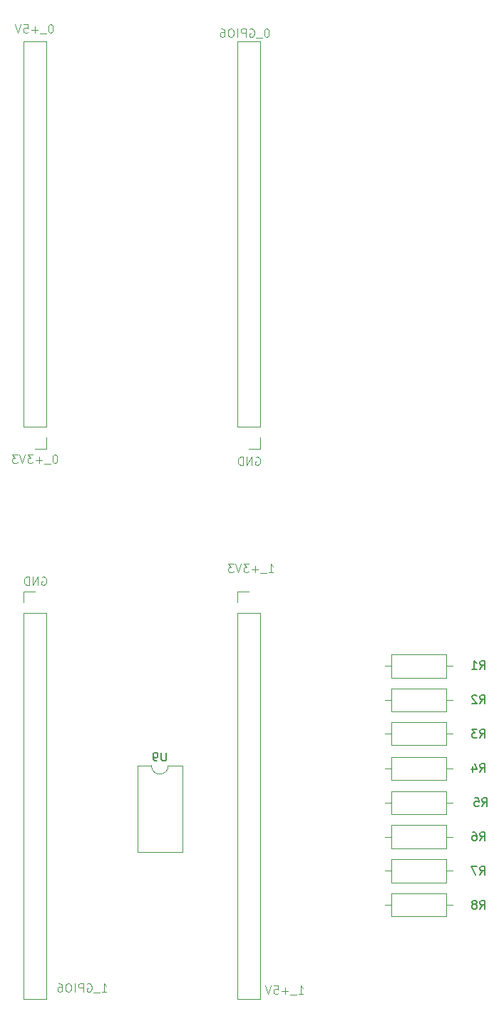
<source format=gbo>
G04 #@! TF.GenerationSoftware,KiCad,Pcbnew,9.0.3*
G04 #@! TF.CreationDate,2025-08-08T01:40:50+09:00*
G04 #@! TF.ProjectId,ESP32-MB-1.0,45535033-322d-44d4-922d-312e302e6b69,rev?*
G04 #@! TF.SameCoordinates,Original*
G04 #@! TF.FileFunction,Legend,Bot*
G04 #@! TF.FilePolarity,Positive*
%FSLAX46Y46*%
G04 Gerber Fmt 4.6, Leading zero omitted, Abs format (unit mm)*
G04 Created by KiCad (PCBNEW 9.0.3) date 2025-08-08 01:40:50*
%MOMM*%
%LPD*%
G01*
G04 APERTURE LIST*
%ADD10C,0.100000*%
%ADD11C,0.150000*%
%ADD12C,0.120000*%
G04 APERTURE END LIST*
D10*
X122827639Y-33708419D02*
X122732401Y-33708419D01*
X122732401Y-33708419D02*
X122637163Y-33756038D01*
X122637163Y-33756038D02*
X122589544Y-33803657D01*
X122589544Y-33803657D02*
X122541925Y-33898895D01*
X122541925Y-33898895D02*
X122494306Y-34089371D01*
X122494306Y-34089371D02*
X122494306Y-34327466D01*
X122494306Y-34327466D02*
X122541925Y-34517942D01*
X122541925Y-34517942D02*
X122589544Y-34613180D01*
X122589544Y-34613180D02*
X122637163Y-34660800D01*
X122637163Y-34660800D02*
X122732401Y-34708419D01*
X122732401Y-34708419D02*
X122827639Y-34708419D01*
X122827639Y-34708419D02*
X122922877Y-34660800D01*
X122922877Y-34660800D02*
X122970496Y-34613180D01*
X122970496Y-34613180D02*
X123018115Y-34517942D01*
X123018115Y-34517942D02*
X123065734Y-34327466D01*
X123065734Y-34327466D02*
X123065734Y-34089371D01*
X123065734Y-34089371D02*
X123018115Y-33898895D01*
X123018115Y-33898895D02*
X122970496Y-33803657D01*
X122970496Y-33803657D02*
X122922877Y-33756038D01*
X122922877Y-33756038D02*
X122827639Y-33708419D01*
X122303830Y-34803657D02*
X121541925Y-34803657D01*
X120780020Y-33756038D02*
X120875258Y-33708419D01*
X120875258Y-33708419D02*
X121018115Y-33708419D01*
X121018115Y-33708419D02*
X121160972Y-33756038D01*
X121160972Y-33756038D02*
X121256210Y-33851276D01*
X121256210Y-33851276D02*
X121303829Y-33946514D01*
X121303829Y-33946514D02*
X121351448Y-34136990D01*
X121351448Y-34136990D02*
X121351448Y-34279847D01*
X121351448Y-34279847D02*
X121303829Y-34470323D01*
X121303829Y-34470323D02*
X121256210Y-34565561D01*
X121256210Y-34565561D02*
X121160972Y-34660800D01*
X121160972Y-34660800D02*
X121018115Y-34708419D01*
X121018115Y-34708419D02*
X120922877Y-34708419D01*
X120922877Y-34708419D02*
X120780020Y-34660800D01*
X120780020Y-34660800D02*
X120732401Y-34613180D01*
X120732401Y-34613180D02*
X120732401Y-34279847D01*
X120732401Y-34279847D02*
X120922877Y-34279847D01*
X120303829Y-34708419D02*
X120303829Y-33708419D01*
X120303829Y-33708419D02*
X119922877Y-33708419D01*
X119922877Y-33708419D02*
X119827639Y-33756038D01*
X119827639Y-33756038D02*
X119780020Y-33803657D01*
X119780020Y-33803657D02*
X119732401Y-33898895D01*
X119732401Y-33898895D02*
X119732401Y-34041752D01*
X119732401Y-34041752D02*
X119780020Y-34136990D01*
X119780020Y-34136990D02*
X119827639Y-34184609D01*
X119827639Y-34184609D02*
X119922877Y-34232228D01*
X119922877Y-34232228D02*
X120303829Y-34232228D01*
X119303829Y-34708419D02*
X119303829Y-33708419D01*
X118637163Y-33708419D02*
X118446687Y-33708419D01*
X118446687Y-33708419D02*
X118351449Y-33756038D01*
X118351449Y-33756038D02*
X118256211Y-33851276D01*
X118256211Y-33851276D02*
X118208592Y-34041752D01*
X118208592Y-34041752D02*
X118208592Y-34375085D01*
X118208592Y-34375085D02*
X118256211Y-34565561D01*
X118256211Y-34565561D02*
X118351449Y-34660800D01*
X118351449Y-34660800D02*
X118446687Y-34708419D01*
X118446687Y-34708419D02*
X118637163Y-34708419D01*
X118637163Y-34708419D02*
X118732401Y-34660800D01*
X118732401Y-34660800D02*
X118827639Y-34565561D01*
X118827639Y-34565561D02*
X118875258Y-34375085D01*
X118875258Y-34375085D02*
X118875258Y-34041752D01*
X118875258Y-34041752D02*
X118827639Y-33851276D01*
X118827639Y-33851276D02*
X118732401Y-33756038D01*
X118732401Y-33756038D02*
X118637163Y-33708419D01*
X117351449Y-33708419D02*
X117541925Y-33708419D01*
X117541925Y-33708419D02*
X117637163Y-33756038D01*
X117637163Y-33756038D02*
X117684782Y-33803657D01*
X117684782Y-33803657D02*
X117780020Y-33946514D01*
X117780020Y-33946514D02*
X117827639Y-34136990D01*
X117827639Y-34136990D02*
X117827639Y-34517942D01*
X117827639Y-34517942D02*
X117780020Y-34613180D01*
X117780020Y-34613180D02*
X117732401Y-34660800D01*
X117732401Y-34660800D02*
X117637163Y-34708419D01*
X117637163Y-34708419D02*
X117446687Y-34708419D01*
X117446687Y-34708419D02*
X117351449Y-34660800D01*
X117351449Y-34660800D02*
X117303830Y-34613180D01*
X117303830Y-34613180D02*
X117256211Y-34517942D01*
X117256211Y-34517942D02*
X117256211Y-34279847D01*
X117256211Y-34279847D02*
X117303830Y-34184609D01*
X117303830Y-34184609D02*
X117351449Y-34136990D01*
X117351449Y-34136990D02*
X117446687Y-34089371D01*
X117446687Y-34089371D02*
X117637163Y-34089371D01*
X117637163Y-34089371D02*
X117732401Y-34136990D01*
X117732401Y-34136990D02*
X117780020Y-34184609D01*
X117780020Y-34184609D02*
X117827639Y-34279847D01*
X97173639Y-33200419D02*
X97078401Y-33200419D01*
X97078401Y-33200419D02*
X96983163Y-33248038D01*
X96983163Y-33248038D02*
X96935544Y-33295657D01*
X96935544Y-33295657D02*
X96887925Y-33390895D01*
X96887925Y-33390895D02*
X96840306Y-33581371D01*
X96840306Y-33581371D02*
X96840306Y-33819466D01*
X96840306Y-33819466D02*
X96887925Y-34009942D01*
X96887925Y-34009942D02*
X96935544Y-34105180D01*
X96935544Y-34105180D02*
X96983163Y-34152800D01*
X96983163Y-34152800D02*
X97078401Y-34200419D01*
X97078401Y-34200419D02*
X97173639Y-34200419D01*
X97173639Y-34200419D02*
X97268877Y-34152800D01*
X97268877Y-34152800D02*
X97316496Y-34105180D01*
X97316496Y-34105180D02*
X97364115Y-34009942D01*
X97364115Y-34009942D02*
X97411734Y-33819466D01*
X97411734Y-33819466D02*
X97411734Y-33581371D01*
X97411734Y-33581371D02*
X97364115Y-33390895D01*
X97364115Y-33390895D02*
X97316496Y-33295657D01*
X97316496Y-33295657D02*
X97268877Y-33248038D01*
X97268877Y-33248038D02*
X97173639Y-33200419D01*
X96649830Y-34295657D02*
X95887925Y-34295657D01*
X95649829Y-33819466D02*
X94887925Y-33819466D01*
X95268877Y-34200419D02*
X95268877Y-33438514D01*
X93935544Y-33200419D02*
X94411734Y-33200419D01*
X94411734Y-33200419D02*
X94459353Y-33676609D01*
X94459353Y-33676609D02*
X94411734Y-33628990D01*
X94411734Y-33628990D02*
X94316496Y-33581371D01*
X94316496Y-33581371D02*
X94078401Y-33581371D01*
X94078401Y-33581371D02*
X93983163Y-33628990D01*
X93983163Y-33628990D02*
X93935544Y-33676609D01*
X93935544Y-33676609D02*
X93887925Y-33771847D01*
X93887925Y-33771847D02*
X93887925Y-34009942D01*
X93887925Y-34009942D02*
X93935544Y-34105180D01*
X93935544Y-34105180D02*
X93983163Y-34152800D01*
X93983163Y-34152800D02*
X94078401Y-34200419D01*
X94078401Y-34200419D02*
X94316496Y-34200419D01*
X94316496Y-34200419D02*
X94411734Y-34152800D01*
X94411734Y-34152800D02*
X94459353Y-34105180D01*
X93602210Y-33200419D02*
X93268877Y-34200419D01*
X93268877Y-34200419D02*
X92935544Y-33200419D01*
X123002306Y-98208419D02*
X123573734Y-98208419D01*
X123288020Y-98208419D02*
X123288020Y-97208419D01*
X123288020Y-97208419D02*
X123383258Y-97351276D01*
X123383258Y-97351276D02*
X123478496Y-97446514D01*
X123478496Y-97446514D02*
X123573734Y-97494133D01*
X122811830Y-98303657D02*
X122049925Y-98303657D01*
X121811829Y-97827466D02*
X121049925Y-97827466D01*
X121430877Y-98208419D02*
X121430877Y-97446514D01*
X120668972Y-97208419D02*
X120049925Y-97208419D01*
X120049925Y-97208419D02*
X120383258Y-97589371D01*
X120383258Y-97589371D02*
X120240401Y-97589371D01*
X120240401Y-97589371D02*
X120145163Y-97636990D01*
X120145163Y-97636990D02*
X120097544Y-97684609D01*
X120097544Y-97684609D02*
X120049925Y-97779847D01*
X120049925Y-97779847D02*
X120049925Y-98017942D01*
X120049925Y-98017942D02*
X120097544Y-98113180D01*
X120097544Y-98113180D02*
X120145163Y-98160800D01*
X120145163Y-98160800D02*
X120240401Y-98208419D01*
X120240401Y-98208419D02*
X120526115Y-98208419D01*
X120526115Y-98208419D02*
X120621353Y-98160800D01*
X120621353Y-98160800D02*
X120668972Y-98113180D01*
X119764210Y-97208419D02*
X119430877Y-98208419D01*
X119430877Y-98208419D02*
X119097544Y-97208419D01*
X118859448Y-97208419D02*
X118240401Y-97208419D01*
X118240401Y-97208419D02*
X118573734Y-97589371D01*
X118573734Y-97589371D02*
X118430877Y-97589371D01*
X118430877Y-97589371D02*
X118335639Y-97636990D01*
X118335639Y-97636990D02*
X118288020Y-97684609D01*
X118288020Y-97684609D02*
X118240401Y-97779847D01*
X118240401Y-97779847D02*
X118240401Y-98017942D01*
X118240401Y-98017942D02*
X118288020Y-98113180D01*
X118288020Y-98113180D02*
X118335639Y-98160800D01*
X118335639Y-98160800D02*
X118430877Y-98208419D01*
X118430877Y-98208419D02*
X118716591Y-98208419D01*
X118716591Y-98208419D02*
X118811829Y-98160800D01*
X118811829Y-98160800D02*
X118859448Y-98113180D01*
X103190306Y-147992419D02*
X103761734Y-147992419D01*
X103476020Y-147992419D02*
X103476020Y-146992419D01*
X103476020Y-146992419D02*
X103571258Y-147135276D01*
X103571258Y-147135276D02*
X103666496Y-147230514D01*
X103666496Y-147230514D02*
X103761734Y-147278133D01*
X102999830Y-148087657D02*
X102237925Y-148087657D01*
X101476020Y-147040038D02*
X101571258Y-146992419D01*
X101571258Y-146992419D02*
X101714115Y-146992419D01*
X101714115Y-146992419D02*
X101856972Y-147040038D01*
X101856972Y-147040038D02*
X101952210Y-147135276D01*
X101952210Y-147135276D02*
X101999829Y-147230514D01*
X101999829Y-147230514D02*
X102047448Y-147420990D01*
X102047448Y-147420990D02*
X102047448Y-147563847D01*
X102047448Y-147563847D02*
X101999829Y-147754323D01*
X101999829Y-147754323D02*
X101952210Y-147849561D01*
X101952210Y-147849561D02*
X101856972Y-147944800D01*
X101856972Y-147944800D02*
X101714115Y-147992419D01*
X101714115Y-147992419D02*
X101618877Y-147992419D01*
X101618877Y-147992419D02*
X101476020Y-147944800D01*
X101476020Y-147944800D02*
X101428401Y-147897180D01*
X101428401Y-147897180D02*
X101428401Y-147563847D01*
X101428401Y-147563847D02*
X101618877Y-147563847D01*
X100999829Y-147992419D02*
X100999829Y-146992419D01*
X100999829Y-146992419D02*
X100618877Y-146992419D01*
X100618877Y-146992419D02*
X100523639Y-147040038D01*
X100523639Y-147040038D02*
X100476020Y-147087657D01*
X100476020Y-147087657D02*
X100428401Y-147182895D01*
X100428401Y-147182895D02*
X100428401Y-147325752D01*
X100428401Y-147325752D02*
X100476020Y-147420990D01*
X100476020Y-147420990D02*
X100523639Y-147468609D01*
X100523639Y-147468609D02*
X100618877Y-147516228D01*
X100618877Y-147516228D02*
X100999829Y-147516228D01*
X99999829Y-147992419D02*
X99999829Y-146992419D01*
X99333163Y-146992419D02*
X99142687Y-146992419D01*
X99142687Y-146992419D02*
X99047449Y-147040038D01*
X99047449Y-147040038D02*
X98952211Y-147135276D01*
X98952211Y-147135276D02*
X98904592Y-147325752D01*
X98904592Y-147325752D02*
X98904592Y-147659085D01*
X98904592Y-147659085D02*
X98952211Y-147849561D01*
X98952211Y-147849561D02*
X99047449Y-147944800D01*
X99047449Y-147944800D02*
X99142687Y-147992419D01*
X99142687Y-147992419D02*
X99333163Y-147992419D01*
X99333163Y-147992419D02*
X99428401Y-147944800D01*
X99428401Y-147944800D02*
X99523639Y-147849561D01*
X99523639Y-147849561D02*
X99571258Y-147659085D01*
X99571258Y-147659085D02*
X99571258Y-147325752D01*
X99571258Y-147325752D02*
X99523639Y-147135276D01*
X99523639Y-147135276D02*
X99428401Y-147040038D01*
X99428401Y-147040038D02*
X99333163Y-146992419D01*
X98047449Y-146992419D02*
X98237925Y-146992419D01*
X98237925Y-146992419D02*
X98333163Y-147040038D01*
X98333163Y-147040038D02*
X98380782Y-147087657D01*
X98380782Y-147087657D02*
X98476020Y-147230514D01*
X98476020Y-147230514D02*
X98523639Y-147420990D01*
X98523639Y-147420990D02*
X98523639Y-147801942D01*
X98523639Y-147801942D02*
X98476020Y-147897180D01*
X98476020Y-147897180D02*
X98428401Y-147944800D01*
X98428401Y-147944800D02*
X98333163Y-147992419D01*
X98333163Y-147992419D02*
X98142687Y-147992419D01*
X98142687Y-147992419D02*
X98047449Y-147944800D01*
X98047449Y-147944800D02*
X97999830Y-147897180D01*
X97999830Y-147897180D02*
X97952211Y-147801942D01*
X97952211Y-147801942D02*
X97952211Y-147563847D01*
X97952211Y-147563847D02*
X97999830Y-147468609D01*
X97999830Y-147468609D02*
X98047449Y-147420990D01*
X98047449Y-147420990D02*
X98142687Y-147373371D01*
X98142687Y-147373371D02*
X98333163Y-147373371D01*
X98333163Y-147373371D02*
X98428401Y-147420990D01*
X98428401Y-147420990D02*
X98476020Y-147468609D01*
X98476020Y-147468609D02*
X98523639Y-147563847D01*
X96078306Y-98780038D02*
X96173544Y-98732419D01*
X96173544Y-98732419D02*
X96316401Y-98732419D01*
X96316401Y-98732419D02*
X96459258Y-98780038D01*
X96459258Y-98780038D02*
X96554496Y-98875276D01*
X96554496Y-98875276D02*
X96602115Y-98970514D01*
X96602115Y-98970514D02*
X96649734Y-99160990D01*
X96649734Y-99160990D02*
X96649734Y-99303847D01*
X96649734Y-99303847D02*
X96602115Y-99494323D01*
X96602115Y-99494323D02*
X96554496Y-99589561D01*
X96554496Y-99589561D02*
X96459258Y-99684800D01*
X96459258Y-99684800D02*
X96316401Y-99732419D01*
X96316401Y-99732419D02*
X96221163Y-99732419D01*
X96221163Y-99732419D02*
X96078306Y-99684800D01*
X96078306Y-99684800D02*
X96030687Y-99637180D01*
X96030687Y-99637180D02*
X96030687Y-99303847D01*
X96030687Y-99303847D02*
X96221163Y-99303847D01*
X95602115Y-99732419D02*
X95602115Y-98732419D01*
X95602115Y-98732419D02*
X95030687Y-99732419D01*
X95030687Y-99732419D02*
X95030687Y-98732419D01*
X94554496Y-99732419D02*
X94554496Y-98732419D01*
X94554496Y-98732419D02*
X94316401Y-98732419D01*
X94316401Y-98732419D02*
X94173544Y-98780038D01*
X94173544Y-98780038D02*
X94078306Y-98875276D01*
X94078306Y-98875276D02*
X94030687Y-98970514D01*
X94030687Y-98970514D02*
X93983068Y-99160990D01*
X93983068Y-99160990D02*
X93983068Y-99303847D01*
X93983068Y-99303847D02*
X94030687Y-99494323D01*
X94030687Y-99494323D02*
X94078306Y-99589561D01*
X94078306Y-99589561D02*
X94173544Y-99684800D01*
X94173544Y-99684800D02*
X94316401Y-99732419D01*
X94316401Y-99732419D02*
X94554496Y-99732419D01*
X121478306Y-84556038D02*
X121573544Y-84508419D01*
X121573544Y-84508419D02*
X121716401Y-84508419D01*
X121716401Y-84508419D02*
X121859258Y-84556038D01*
X121859258Y-84556038D02*
X121954496Y-84651276D01*
X121954496Y-84651276D02*
X122002115Y-84746514D01*
X122002115Y-84746514D02*
X122049734Y-84936990D01*
X122049734Y-84936990D02*
X122049734Y-85079847D01*
X122049734Y-85079847D02*
X122002115Y-85270323D01*
X122002115Y-85270323D02*
X121954496Y-85365561D01*
X121954496Y-85365561D02*
X121859258Y-85460800D01*
X121859258Y-85460800D02*
X121716401Y-85508419D01*
X121716401Y-85508419D02*
X121621163Y-85508419D01*
X121621163Y-85508419D02*
X121478306Y-85460800D01*
X121478306Y-85460800D02*
X121430687Y-85413180D01*
X121430687Y-85413180D02*
X121430687Y-85079847D01*
X121430687Y-85079847D02*
X121621163Y-85079847D01*
X121002115Y-85508419D02*
X121002115Y-84508419D01*
X121002115Y-84508419D02*
X120430687Y-85508419D01*
X120430687Y-85508419D02*
X120430687Y-84508419D01*
X119954496Y-85508419D02*
X119954496Y-84508419D01*
X119954496Y-84508419D02*
X119716401Y-84508419D01*
X119716401Y-84508419D02*
X119573544Y-84556038D01*
X119573544Y-84556038D02*
X119478306Y-84651276D01*
X119478306Y-84651276D02*
X119430687Y-84746514D01*
X119430687Y-84746514D02*
X119383068Y-84936990D01*
X119383068Y-84936990D02*
X119383068Y-85079847D01*
X119383068Y-85079847D02*
X119430687Y-85270323D01*
X119430687Y-85270323D02*
X119478306Y-85365561D01*
X119478306Y-85365561D02*
X119573544Y-85460800D01*
X119573544Y-85460800D02*
X119716401Y-85508419D01*
X119716401Y-85508419D02*
X119954496Y-85508419D01*
X126558306Y-148246419D02*
X127129734Y-148246419D01*
X126844020Y-148246419D02*
X126844020Y-147246419D01*
X126844020Y-147246419D02*
X126939258Y-147389276D01*
X126939258Y-147389276D02*
X127034496Y-147484514D01*
X127034496Y-147484514D02*
X127129734Y-147532133D01*
X126367830Y-148341657D02*
X125605925Y-148341657D01*
X125367829Y-147865466D02*
X124605925Y-147865466D01*
X124986877Y-148246419D02*
X124986877Y-147484514D01*
X123653544Y-147246419D02*
X124129734Y-147246419D01*
X124129734Y-147246419D02*
X124177353Y-147722609D01*
X124177353Y-147722609D02*
X124129734Y-147674990D01*
X124129734Y-147674990D02*
X124034496Y-147627371D01*
X124034496Y-147627371D02*
X123796401Y-147627371D01*
X123796401Y-147627371D02*
X123701163Y-147674990D01*
X123701163Y-147674990D02*
X123653544Y-147722609D01*
X123653544Y-147722609D02*
X123605925Y-147817847D01*
X123605925Y-147817847D02*
X123605925Y-148055942D01*
X123605925Y-148055942D02*
X123653544Y-148151180D01*
X123653544Y-148151180D02*
X123701163Y-148198800D01*
X123701163Y-148198800D02*
X123796401Y-148246419D01*
X123796401Y-148246419D02*
X124034496Y-148246419D01*
X124034496Y-148246419D02*
X124129734Y-148198800D01*
X124129734Y-148198800D02*
X124177353Y-148151180D01*
X123320210Y-147246419D02*
X122986877Y-148246419D01*
X122986877Y-148246419D02*
X122653544Y-147246419D01*
X97681639Y-84254419D02*
X97586401Y-84254419D01*
X97586401Y-84254419D02*
X97491163Y-84302038D01*
X97491163Y-84302038D02*
X97443544Y-84349657D01*
X97443544Y-84349657D02*
X97395925Y-84444895D01*
X97395925Y-84444895D02*
X97348306Y-84635371D01*
X97348306Y-84635371D02*
X97348306Y-84873466D01*
X97348306Y-84873466D02*
X97395925Y-85063942D01*
X97395925Y-85063942D02*
X97443544Y-85159180D01*
X97443544Y-85159180D02*
X97491163Y-85206800D01*
X97491163Y-85206800D02*
X97586401Y-85254419D01*
X97586401Y-85254419D02*
X97681639Y-85254419D01*
X97681639Y-85254419D02*
X97776877Y-85206800D01*
X97776877Y-85206800D02*
X97824496Y-85159180D01*
X97824496Y-85159180D02*
X97872115Y-85063942D01*
X97872115Y-85063942D02*
X97919734Y-84873466D01*
X97919734Y-84873466D02*
X97919734Y-84635371D01*
X97919734Y-84635371D02*
X97872115Y-84444895D01*
X97872115Y-84444895D02*
X97824496Y-84349657D01*
X97824496Y-84349657D02*
X97776877Y-84302038D01*
X97776877Y-84302038D02*
X97681639Y-84254419D01*
X97157830Y-85349657D02*
X96395925Y-85349657D01*
X96157829Y-84873466D02*
X95395925Y-84873466D01*
X95776877Y-85254419D02*
X95776877Y-84492514D01*
X95014972Y-84254419D02*
X94395925Y-84254419D01*
X94395925Y-84254419D02*
X94729258Y-84635371D01*
X94729258Y-84635371D02*
X94586401Y-84635371D01*
X94586401Y-84635371D02*
X94491163Y-84682990D01*
X94491163Y-84682990D02*
X94443544Y-84730609D01*
X94443544Y-84730609D02*
X94395925Y-84825847D01*
X94395925Y-84825847D02*
X94395925Y-85063942D01*
X94395925Y-85063942D02*
X94443544Y-85159180D01*
X94443544Y-85159180D02*
X94491163Y-85206800D01*
X94491163Y-85206800D02*
X94586401Y-85254419D01*
X94586401Y-85254419D02*
X94872115Y-85254419D01*
X94872115Y-85254419D02*
X94967353Y-85206800D01*
X94967353Y-85206800D02*
X95014972Y-85159180D01*
X94110210Y-84254419D02*
X93776877Y-85254419D01*
X93776877Y-85254419D02*
X93443544Y-84254419D01*
X93205448Y-84254419D02*
X92586401Y-84254419D01*
X92586401Y-84254419D02*
X92919734Y-84635371D01*
X92919734Y-84635371D02*
X92776877Y-84635371D01*
X92776877Y-84635371D02*
X92681639Y-84682990D01*
X92681639Y-84682990D02*
X92634020Y-84730609D01*
X92634020Y-84730609D02*
X92586401Y-84825847D01*
X92586401Y-84825847D02*
X92586401Y-85063942D01*
X92586401Y-85063942D02*
X92634020Y-85159180D01*
X92634020Y-85159180D02*
X92681639Y-85206800D01*
X92681639Y-85206800D02*
X92776877Y-85254419D01*
X92776877Y-85254419D02*
X93062591Y-85254419D01*
X93062591Y-85254419D02*
X93157829Y-85206800D01*
X93157829Y-85206800D02*
X93205448Y-85159180D01*
D11*
X148126666Y-134096819D02*
X148459999Y-133620628D01*
X148698094Y-134096819D02*
X148698094Y-133096819D01*
X148698094Y-133096819D02*
X148317142Y-133096819D01*
X148317142Y-133096819D02*
X148221904Y-133144438D01*
X148221904Y-133144438D02*
X148174285Y-133192057D01*
X148174285Y-133192057D02*
X148126666Y-133287295D01*
X148126666Y-133287295D02*
X148126666Y-133430152D01*
X148126666Y-133430152D02*
X148174285Y-133525390D01*
X148174285Y-133525390D02*
X148221904Y-133573009D01*
X148221904Y-133573009D02*
X148317142Y-133620628D01*
X148317142Y-133620628D02*
X148698094Y-133620628D01*
X147793332Y-133096819D02*
X147126666Y-133096819D01*
X147126666Y-133096819D02*
X147555237Y-134096819D01*
X148126666Y-130032819D02*
X148459999Y-129556628D01*
X148698094Y-130032819D02*
X148698094Y-129032819D01*
X148698094Y-129032819D02*
X148317142Y-129032819D01*
X148317142Y-129032819D02*
X148221904Y-129080438D01*
X148221904Y-129080438D02*
X148174285Y-129128057D01*
X148174285Y-129128057D02*
X148126666Y-129223295D01*
X148126666Y-129223295D02*
X148126666Y-129366152D01*
X148126666Y-129366152D02*
X148174285Y-129461390D01*
X148174285Y-129461390D02*
X148221904Y-129509009D01*
X148221904Y-129509009D02*
X148317142Y-129556628D01*
X148317142Y-129556628D02*
X148698094Y-129556628D01*
X147269523Y-129032819D02*
X147459999Y-129032819D01*
X147459999Y-129032819D02*
X147555237Y-129080438D01*
X147555237Y-129080438D02*
X147602856Y-129128057D01*
X147602856Y-129128057D02*
X147698094Y-129270914D01*
X147698094Y-129270914D02*
X147745713Y-129461390D01*
X147745713Y-129461390D02*
X147745713Y-129842342D01*
X147745713Y-129842342D02*
X147698094Y-129937580D01*
X147698094Y-129937580D02*
X147650475Y-129985200D01*
X147650475Y-129985200D02*
X147555237Y-130032819D01*
X147555237Y-130032819D02*
X147364761Y-130032819D01*
X147364761Y-130032819D02*
X147269523Y-129985200D01*
X147269523Y-129985200D02*
X147221904Y-129937580D01*
X147221904Y-129937580D02*
X147174285Y-129842342D01*
X147174285Y-129842342D02*
X147174285Y-129604247D01*
X147174285Y-129604247D02*
X147221904Y-129509009D01*
X147221904Y-129509009D02*
X147269523Y-129461390D01*
X147269523Y-129461390D02*
X147364761Y-129413771D01*
X147364761Y-129413771D02*
X147555237Y-129413771D01*
X147555237Y-129413771D02*
X147650475Y-129461390D01*
X147650475Y-129461390D02*
X147698094Y-129509009D01*
X147698094Y-129509009D02*
X147745713Y-129604247D01*
X110870904Y-119590819D02*
X110870904Y-120400342D01*
X110870904Y-120400342D02*
X110823285Y-120495580D01*
X110823285Y-120495580D02*
X110775666Y-120543200D01*
X110775666Y-120543200D02*
X110680428Y-120590819D01*
X110680428Y-120590819D02*
X110489952Y-120590819D01*
X110489952Y-120590819D02*
X110394714Y-120543200D01*
X110394714Y-120543200D02*
X110347095Y-120495580D01*
X110347095Y-120495580D02*
X110299476Y-120400342D01*
X110299476Y-120400342D02*
X110299476Y-119590819D01*
X109775666Y-120590819D02*
X109585190Y-120590819D01*
X109585190Y-120590819D02*
X109489952Y-120543200D01*
X109489952Y-120543200D02*
X109442333Y-120495580D01*
X109442333Y-120495580D02*
X109347095Y-120352723D01*
X109347095Y-120352723D02*
X109299476Y-120162247D01*
X109299476Y-120162247D02*
X109299476Y-119781295D01*
X109299476Y-119781295D02*
X109347095Y-119686057D01*
X109347095Y-119686057D02*
X109394714Y-119638438D01*
X109394714Y-119638438D02*
X109489952Y-119590819D01*
X109489952Y-119590819D02*
X109680428Y-119590819D01*
X109680428Y-119590819D02*
X109775666Y-119638438D01*
X109775666Y-119638438D02*
X109823285Y-119686057D01*
X109823285Y-119686057D02*
X109870904Y-119781295D01*
X109870904Y-119781295D02*
X109870904Y-120019390D01*
X109870904Y-120019390D02*
X109823285Y-120114628D01*
X109823285Y-120114628D02*
X109775666Y-120162247D01*
X109775666Y-120162247D02*
X109680428Y-120209866D01*
X109680428Y-120209866D02*
X109489952Y-120209866D01*
X109489952Y-120209866D02*
X109394714Y-120162247D01*
X109394714Y-120162247D02*
X109347095Y-120114628D01*
X109347095Y-120114628D02*
X109299476Y-120019390D01*
X148126666Y-117840819D02*
X148459999Y-117364628D01*
X148698094Y-117840819D02*
X148698094Y-116840819D01*
X148698094Y-116840819D02*
X148317142Y-116840819D01*
X148317142Y-116840819D02*
X148221904Y-116888438D01*
X148221904Y-116888438D02*
X148174285Y-116936057D01*
X148174285Y-116936057D02*
X148126666Y-117031295D01*
X148126666Y-117031295D02*
X148126666Y-117174152D01*
X148126666Y-117174152D02*
X148174285Y-117269390D01*
X148174285Y-117269390D02*
X148221904Y-117317009D01*
X148221904Y-117317009D02*
X148317142Y-117364628D01*
X148317142Y-117364628D02*
X148698094Y-117364628D01*
X147793332Y-116840819D02*
X147174285Y-116840819D01*
X147174285Y-116840819D02*
X147507618Y-117221771D01*
X147507618Y-117221771D02*
X147364761Y-117221771D01*
X147364761Y-117221771D02*
X147269523Y-117269390D01*
X147269523Y-117269390D02*
X147221904Y-117317009D01*
X147221904Y-117317009D02*
X147174285Y-117412247D01*
X147174285Y-117412247D02*
X147174285Y-117650342D01*
X147174285Y-117650342D02*
X147221904Y-117745580D01*
X147221904Y-117745580D02*
X147269523Y-117793200D01*
X147269523Y-117793200D02*
X147364761Y-117840819D01*
X147364761Y-117840819D02*
X147650475Y-117840819D01*
X147650475Y-117840819D02*
X147745713Y-117793200D01*
X147745713Y-117793200D02*
X147793332Y-117745580D01*
X148126666Y-113776819D02*
X148459999Y-113300628D01*
X148698094Y-113776819D02*
X148698094Y-112776819D01*
X148698094Y-112776819D02*
X148317142Y-112776819D01*
X148317142Y-112776819D02*
X148221904Y-112824438D01*
X148221904Y-112824438D02*
X148174285Y-112872057D01*
X148174285Y-112872057D02*
X148126666Y-112967295D01*
X148126666Y-112967295D02*
X148126666Y-113110152D01*
X148126666Y-113110152D02*
X148174285Y-113205390D01*
X148174285Y-113205390D02*
X148221904Y-113253009D01*
X148221904Y-113253009D02*
X148317142Y-113300628D01*
X148317142Y-113300628D02*
X148698094Y-113300628D01*
X147745713Y-112872057D02*
X147698094Y-112824438D01*
X147698094Y-112824438D02*
X147602856Y-112776819D01*
X147602856Y-112776819D02*
X147364761Y-112776819D01*
X147364761Y-112776819D02*
X147269523Y-112824438D01*
X147269523Y-112824438D02*
X147221904Y-112872057D01*
X147221904Y-112872057D02*
X147174285Y-112967295D01*
X147174285Y-112967295D02*
X147174285Y-113062533D01*
X147174285Y-113062533D02*
X147221904Y-113205390D01*
X147221904Y-113205390D02*
X147793332Y-113776819D01*
X147793332Y-113776819D02*
X147174285Y-113776819D01*
X148126666Y-109712819D02*
X148459999Y-109236628D01*
X148698094Y-109712819D02*
X148698094Y-108712819D01*
X148698094Y-108712819D02*
X148317142Y-108712819D01*
X148317142Y-108712819D02*
X148221904Y-108760438D01*
X148221904Y-108760438D02*
X148174285Y-108808057D01*
X148174285Y-108808057D02*
X148126666Y-108903295D01*
X148126666Y-108903295D02*
X148126666Y-109046152D01*
X148126666Y-109046152D02*
X148174285Y-109141390D01*
X148174285Y-109141390D02*
X148221904Y-109189009D01*
X148221904Y-109189009D02*
X148317142Y-109236628D01*
X148317142Y-109236628D02*
X148698094Y-109236628D01*
X147174285Y-109712819D02*
X147745713Y-109712819D01*
X147459999Y-109712819D02*
X147459999Y-108712819D01*
X147459999Y-108712819D02*
X147555237Y-108855676D01*
X147555237Y-108855676D02*
X147650475Y-108950914D01*
X147650475Y-108950914D02*
X147745713Y-108998533D01*
X148126666Y-138160819D02*
X148459999Y-137684628D01*
X148698094Y-138160819D02*
X148698094Y-137160819D01*
X148698094Y-137160819D02*
X148317142Y-137160819D01*
X148317142Y-137160819D02*
X148221904Y-137208438D01*
X148221904Y-137208438D02*
X148174285Y-137256057D01*
X148174285Y-137256057D02*
X148126666Y-137351295D01*
X148126666Y-137351295D02*
X148126666Y-137494152D01*
X148126666Y-137494152D02*
X148174285Y-137589390D01*
X148174285Y-137589390D02*
X148221904Y-137637009D01*
X148221904Y-137637009D02*
X148317142Y-137684628D01*
X148317142Y-137684628D02*
X148698094Y-137684628D01*
X147555237Y-137589390D02*
X147650475Y-137541771D01*
X147650475Y-137541771D02*
X147698094Y-137494152D01*
X147698094Y-137494152D02*
X147745713Y-137398914D01*
X147745713Y-137398914D02*
X147745713Y-137351295D01*
X147745713Y-137351295D02*
X147698094Y-137256057D01*
X147698094Y-137256057D02*
X147650475Y-137208438D01*
X147650475Y-137208438D02*
X147555237Y-137160819D01*
X147555237Y-137160819D02*
X147364761Y-137160819D01*
X147364761Y-137160819D02*
X147269523Y-137208438D01*
X147269523Y-137208438D02*
X147221904Y-137256057D01*
X147221904Y-137256057D02*
X147174285Y-137351295D01*
X147174285Y-137351295D02*
X147174285Y-137398914D01*
X147174285Y-137398914D02*
X147221904Y-137494152D01*
X147221904Y-137494152D02*
X147269523Y-137541771D01*
X147269523Y-137541771D02*
X147364761Y-137589390D01*
X147364761Y-137589390D02*
X147555237Y-137589390D01*
X147555237Y-137589390D02*
X147650475Y-137637009D01*
X147650475Y-137637009D02*
X147698094Y-137684628D01*
X147698094Y-137684628D02*
X147745713Y-137779866D01*
X147745713Y-137779866D02*
X147745713Y-137970342D01*
X147745713Y-137970342D02*
X147698094Y-138065580D01*
X147698094Y-138065580D02*
X147650475Y-138113200D01*
X147650475Y-138113200D02*
X147555237Y-138160819D01*
X147555237Y-138160819D02*
X147364761Y-138160819D01*
X147364761Y-138160819D02*
X147269523Y-138113200D01*
X147269523Y-138113200D02*
X147221904Y-138065580D01*
X147221904Y-138065580D02*
X147174285Y-137970342D01*
X147174285Y-137970342D02*
X147174285Y-137779866D01*
X147174285Y-137779866D02*
X147221904Y-137684628D01*
X147221904Y-137684628D02*
X147269523Y-137637009D01*
X147269523Y-137637009D02*
X147364761Y-137589390D01*
X148380666Y-125968819D02*
X148713999Y-125492628D01*
X148952094Y-125968819D02*
X148952094Y-124968819D01*
X148952094Y-124968819D02*
X148571142Y-124968819D01*
X148571142Y-124968819D02*
X148475904Y-125016438D01*
X148475904Y-125016438D02*
X148428285Y-125064057D01*
X148428285Y-125064057D02*
X148380666Y-125159295D01*
X148380666Y-125159295D02*
X148380666Y-125302152D01*
X148380666Y-125302152D02*
X148428285Y-125397390D01*
X148428285Y-125397390D02*
X148475904Y-125445009D01*
X148475904Y-125445009D02*
X148571142Y-125492628D01*
X148571142Y-125492628D02*
X148952094Y-125492628D01*
X147475904Y-124968819D02*
X147952094Y-124968819D01*
X147952094Y-124968819D02*
X147999713Y-125445009D01*
X147999713Y-125445009D02*
X147952094Y-125397390D01*
X147952094Y-125397390D02*
X147856856Y-125349771D01*
X147856856Y-125349771D02*
X147618761Y-125349771D01*
X147618761Y-125349771D02*
X147523523Y-125397390D01*
X147523523Y-125397390D02*
X147475904Y-125445009D01*
X147475904Y-125445009D02*
X147428285Y-125540247D01*
X147428285Y-125540247D02*
X147428285Y-125778342D01*
X147428285Y-125778342D02*
X147475904Y-125873580D01*
X147475904Y-125873580D02*
X147523523Y-125921200D01*
X147523523Y-125921200D02*
X147618761Y-125968819D01*
X147618761Y-125968819D02*
X147856856Y-125968819D01*
X147856856Y-125968819D02*
X147952094Y-125921200D01*
X147952094Y-125921200D02*
X147999713Y-125873580D01*
X148126666Y-121904819D02*
X148459999Y-121428628D01*
X148698094Y-121904819D02*
X148698094Y-120904819D01*
X148698094Y-120904819D02*
X148317142Y-120904819D01*
X148317142Y-120904819D02*
X148221904Y-120952438D01*
X148221904Y-120952438D02*
X148174285Y-121000057D01*
X148174285Y-121000057D02*
X148126666Y-121095295D01*
X148126666Y-121095295D02*
X148126666Y-121238152D01*
X148126666Y-121238152D02*
X148174285Y-121333390D01*
X148174285Y-121333390D02*
X148221904Y-121381009D01*
X148221904Y-121381009D02*
X148317142Y-121428628D01*
X148317142Y-121428628D02*
X148698094Y-121428628D01*
X147269523Y-121238152D02*
X147269523Y-121904819D01*
X147507618Y-120857200D02*
X147745713Y-121571485D01*
X147745713Y-121571485D02*
X147126666Y-121571485D01*
D12*
X136808000Y-133628000D02*
X137578000Y-133628000D01*
X144888000Y-133628000D02*
X144118000Y-133628000D01*
X144118000Y-132258000D02*
X137578000Y-132258000D01*
X137578000Y-134998000D01*
X144118000Y-134998000D01*
X144118000Y-132258000D01*
X136808000Y-129578000D02*
X137578000Y-129578000D01*
X144888000Y-129578000D02*
X144118000Y-129578000D01*
X144118000Y-128208000D02*
X137578000Y-128208000D01*
X137578000Y-130948000D01*
X144118000Y-130948000D01*
X144118000Y-128208000D01*
X107459000Y-121136000D02*
X109109000Y-121136000D01*
X107459000Y-131416000D02*
X107459000Y-121136000D01*
X111109000Y-121136000D02*
X112759000Y-121136000D01*
X112759000Y-121136000D02*
X112759000Y-131416000D01*
X112759000Y-131416000D02*
X107459000Y-131416000D01*
X111109000Y-121136000D02*
G75*
G02*
X109109000Y-121136000I-1000000J0D01*
G01*
X136813000Y-117327000D02*
X137583000Y-117327000D01*
X144893000Y-117327000D02*
X144123000Y-117327000D01*
X144123000Y-115957000D02*
X137583000Y-115957000D01*
X137583000Y-118697000D01*
X144123000Y-118697000D01*
X144123000Y-115957000D01*
X136808000Y-113378000D02*
X137578000Y-113378000D01*
X144888000Y-113378000D02*
X144118000Y-113378000D01*
X144118000Y-112008000D02*
X137578000Y-112008000D01*
X137578000Y-114748000D01*
X144118000Y-114748000D01*
X144118000Y-112008000D01*
X136808000Y-109328000D02*
X137578000Y-109328000D01*
X144888000Y-109328000D02*
X144118000Y-109328000D01*
X144118000Y-107958000D02*
X137578000Y-107958000D01*
X137578000Y-110698000D01*
X144118000Y-110698000D01*
X144118000Y-107958000D01*
X93933000Y-35186000D02*
X96593000Y-35186000D01*
X93933000Y-80966000D02*
X93933000Y-35186000D01*
X93933000Y-80966000D02*
X96593000Y-80966000D01*
X95263000Y-83566000D02*
X96593000Y-83566000D01*
X96593000Y-80966000D02*
X96593000Y-35186000D01*
X96593000Y-83566000D02*
X96593000Y-82236000D01*
X119333000Y-35186000D02*
X121993000Y-35186000D01*
X119333000Y-80966000D02*
X119333000Y-35186000D01*
X119333000Y-80966000D02*
X121993000Y-80966000D01*
X120663000Y-83566000D02*
X121993000Y-83566000D01*
X121993000Y-80966000D02*
X121993000Y-35186000D01*
X121993000Y-83566000D02*
X121993000Y-82236000D01*
X136808000Y-137678000D02*
X137578000Y-137678000D01*
X144888000Y-137678000D02*
X144118000Y-137678000D01*
X144118000Y-136308000D02*
X137578000Y-136308000D01*
X137578000Y-139048000D01*
X144118000Y-139048000D01*
X144118000Y-136308000D01*
X119333000Y-100464000D02*
X119333000Y-101794000D01*
X119333000Y-103064000D02*
X119333000Y-148844000D01*
X120663000Y-100464000D02*
X119333000Y-100464000D01*
X121993000Y-103064000D02*
X119333000Y-103064000D01*
X121993000Y-103064000D02*
X121993000Y-148844000D01*
X121993000Y-148844000D02*
X119333000Y-148844000D01*
X136808000Y-125528000D02*
X137578000Y-125528000D01*
X144888000Y-125528000D02*
X144118000Y-125528000D01*
X144118000Y-124158000D02*
X137578000Y-124158000D01*
X137578000Y-126898000D01*
X144118000Y-126898000D01*
X144118000Y-124158000D01*
X136808000Y-121478000D02*
X137578000Y-121478000D01*
X144888000Y-121478000D02*
X144118000Y-121478000D01*
X144118000Y-120108000D02*
X137578000Y-120108000D01*
X137578000Y-122848000D01*
X144118000Y-122848000D01*
X144118000Y-120108000D01*
X93933000Y-100464000D02*
X93933000Y-101794000D01*
X93933000Y-103064000D02*
X93933000Y-148844000D01*
X95263000Y-100464000D02*
X93933000Y-100464000D01*
X96593000Y-103064000D02*
X93933000Y-103064000D01*
X96593000Y-103064000D02*
X96593000Y-148844000D01*
X96593000Y-148844000D02*
X93933000Y-148844000D01*
M02*

</source>
